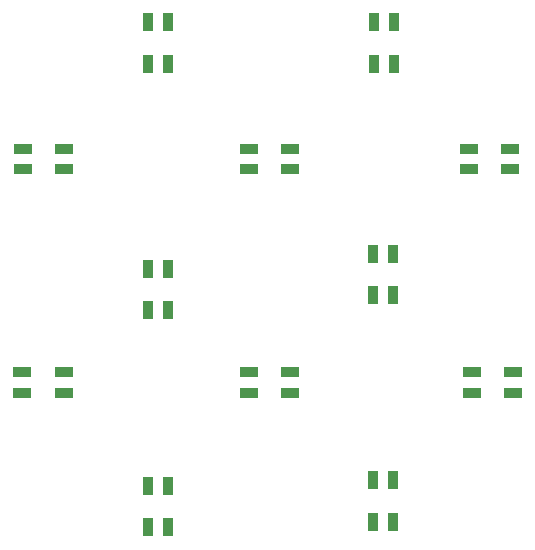
<source format=gbr>
G04 #@! TF.GenerationSoftware,KiCad,Pcbnew,9.0.6*
G04 #@! TF.CreationDate,2025-12-30T14:31:11-05:00*
G04 #@! TF.ProjectId,keyboard,6b657962-6f61-4726-942e-6b696361645f,rev?*
G04 #@! TF.SameCoordinates,Original*
G04 #@! TF.FileFunction,Paste,Top*
G04 #@! TF.FilePolarity,Positive*
%FSLAX46Y46*%
G04 Gerber Fmt 4.6, Leading zero omitted, Abs format (unit mm)*
G04 Created by KiCad (PCBNEW 9.0.6) date 2025-12-30 14:31:11*
%MOMM*%
%LPD*%
G01*
G04 APERTURE LIST*
%ADD10R,1.600000X0.850000*%
%ADD11R,0.850000X1.600000*%
G04 APERTURE END LIST*
D10*
X37806536Y-104246192D03*
X37806536Y-105996192D03*
X41306536Y-105996192D03*
X41306536Y-104246192D03*
D11*
X67411436Y-135843028D03*
X69161436Y-135843028D03*
X69161436Y-132343028D03*
X67411436Y-132343028D03*
X67411436Y-116669600D03*
X69161436Y-116669600D03*
X69161436Y-113169600D03*
X67411436Y-113169600D03*
D10*
X79290488Y-124927684D03*
X79290488Y-123177684D03*
X75790488Y-123177684D03*
X75790488Y-124927684D03*
X79048552Y-105996192D03*
X79048552Y-104246192D03*
X75548552Y-104246192D03*
X75548552Y-105996192D03*
X56919480Y-104246192D03*
X56919480Y-105996192D03*
X60419480Y-105996192D03*
X60419480Y-104246192D03*
X37746052Y-123177684D03*
X37746052Y-124927684D03*
X41246052Y-124927684D03*
X41246052Y-123177684D03*
D11*
X67504180Y-97068748D03*
X69254180Y-97068748D03*
X69254180Y-93568748D03*
X67504180Y-93568748D03*
X48358976Y-117939764D03*
X50108976Y-117939764D03*
X50108976Y-114439764D03*
X48358976Y-114439764D03*
D10*
X56919480Y-123177684D03*
X56919480Y-124927684D03*
X60419480Y-124927684D03*
X60419480Y-123177684D03*
D11*
X48358976Y-97068748D03*
X50108976Y-97068748D03*
X50108976Y-93568748D03*
X48358976Y-93568748D03*
X48358976Y-136326900D03*
X50108976Y-136326900D03*
X50108976Y-132826900D03*
X48358976Y-132826900D03*
M02*

</source>
